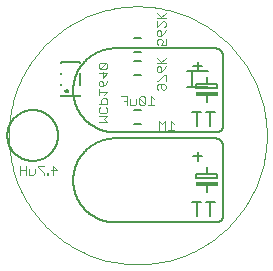
<source format=gbo>
G75*
%MOIN*%
%OFA0B0*%
%FSLAX25Y25*%
%IPPOS*%
%LPD*%
%AMOC8*
5,1,8,0,0,1.08239X$1,22.5*
%
%ADD10C,0.00100*%
%ADD11C,0.00300*%
%ADD12C,0.00500*%
%ADD13C,0.00600*%
%ADD14R,0.07400X0.01700*%
%ADD15C,0.00800*%
D10*
X0001715Y0044050D02*
X0001728Y0045105D01*
X0001767Y0046160D01*
X0001832Y0047213D01*
X0001922Y0048265D01*
X0002038Y0049314D01*
X0002180Y0050359D01*
X0002348Y0051401D01*
X0002541Y0052439D01*
X0002760Y0053471D01*
X0003004Y0054498D01*
X0003273Y0055519D01*
X0003567Y0056532D01*
X0003885Y0057538D01*
X0004229Y0058536D01*
X0004596Y0059525D01*
X0004988Y0060505D01*
X0005404Y0061475D01*
X0005843Y0062435D01*
X0006306Y0063383D01*
X0006792Y0064320D01*
X0007301Y0065245D01*
X0007833Y0066156D01*
X0008386Y0067055D01*
X0008962Y0067940D01*
X0009559Y0068810D01*
X0010177Y0069665D01*
X0010816Y0070505D01*
X0011476Y0071329D01*
X0012155Y0072136D01*
X0012854Y0072927D01*
X0013572Y0073700D01*
X0014309Y0074456D01*
X0015065Y0075193D01*
X0015838Y0075911D01*
X0016629Y0076610D01*
X0017436Y0077289D01*
X0018260Y0077949D01*
X0019100Y0078588D01*
X0019955Y0079206D01*
X0020825Y0079803D01*
X0021710Y0080379D01*
X0022609Y0080932D01*
X0023520Y0081464D01*
X0024445Y0081973D01*
X0025382Y0082459D01*
X0026330Y0082922D01*
X0027290Y0083361D01*
X0028260Y0083777D01*
X0029240Y0084169D01*
X0030229Y0084536D01*
X0031227Y0084880D01*
X0032233Y0085198D01*
X0033246Y0085492D01*
X0034267Y0085761D01*
X0035294Y0086005D01*
X0036326Y0086224D01*
X0037364Y0086417D01*
X0038406Y0086585D01*
X0039451Y0086727D01*
X0040500Y0086843D01*
X0041552Y0086933D01*
X0042605Y0086998D01*
X0043660Y0087037D01*
X0044715Y0087050D01*
X0045770Y0087037D01*
X0046825Y0086998D01*
X0047878Y0086933D01*
X0048930Y0086843D01*
X0049979Y0086727D01*
X0051024Y0086585D01*
X0052066Y0086417D01*
X0053104Y0086224D01*
X0054136Y0086005D01*
X0055163Y0085761D01*
X0056184Y0085492D01*
X0057197Y0085198D01*
X0058203Y0084880D01*
X0059201Y0084536D01*
X0060190Y0084169D01*
X0061170Y0083777D01*
X0062140Y0083361D01*
X0063100Y0082922D01*
X0064048Y0082459D01*
X0064985Y0081973D01*
X0065910Y0081464D01*
X0066821Y0080932D01*
X0067720Y0080379D01*
X0068605Y0079803D01*
X0069475Y0079206D01*
X0070330Y0078588D01*
X0071170Y0077949D01*
X0071994Y0077289D01*
X0072801Y0076610D01*
X0073592Y0075911D01*
X0074365Y0075193D01*
X0075121Y0074456D01*
X0075858Y0073700D01*
X0076576Y0072927D01*
X0077275Y0072136D01*
X0077954Y0071329D01*
X0078614Y0070505D01*
X0079253Y0069665D01*
X0079871Y0068810D01*
X0080468Y0067940D01*
X0081044Y0067055D01*
X0081597Y0066156D01*
X0082129Y0065245D01*
X0082638Y0064320D01*
X0083124Y0063383D01*
X0083587Y0062435D01*
X0084026Y0061475D01*
X0084442Y0060505D01*
X0084834Y0059525D01*
X0085201Y0058536D01*
X0085545Y0057538D01*
X0085863Y0056532D01*
X0086157Y0055519D01*
X0086426Y0054498D01*
X0086670Y0053471D01*
X0086889Y0052439D01*
X0087082Y0051401D01*
X0087250Y0050359D01*
X0087392Y0049314D01*
X0087508Y0048265D01*
X0087598Y0047213D01*
X0087663Y0046160D01*
X0087702Y0045105D01*
X0087715Y0044050D01*
X0087702Y0042995D01*
X0087663Y0041940D01*
X0087598Y0040887D01*
X0087508Y0039835D01*
X0087392Y0038786D01*
X0087250Y0037741D01*
X0087082Y0036699D01*
X0086889Y0035661D01*
X0086670Y0034629D01*
X0086426Y0033602D01*
X0086157Y0032581D01*
X0085863Y0031568D01*
X0085545Y0030562D01*
X0085201Y0029564D01*
X0084834Y0028575D01*
X0084442Y0027595D01*
X0084026Y0026625D01*
X0083587Y0025665D01*
X0083124Y0024717D01*
X0082638Y0023780D01*
X0082129Y0022855D01*
X0081597Y0021944D01*
X0081044Y0021045D01*
X0080468Y0020160D01*
X0079871Y0019290D01*
X0079253Y0018435D01*
X0078614Y0017595D01*
X0077954Y0016771D01*
X0077275Y0015964D01*
X0076576Y0015173D01*
X0075858Y0014400D01*
X0075121Y0013644D01*
X0074365Y0012907D01*
X0073592Y0012189D01*
X0072801Y0011490D01*
X0071994Y0010811D01*
X0071170Y0010151D01*
X0070330Y0009512D01*
X0069475Y0008894D01*
X0068605Y0008297D01*
X0067720Y0007721D01*
X0066821Y0007168D01*
X0065910Y0006636D01*
X0064985Y0006127D01*
X0064048Y0005641D01*
X0063100Y0005178D01*
X0062140Y0004739D01*
X0061170Y0004323D01*
X0060190Y0003931D01*
X0059201Y0003564D01*
X0058203Y0003220D01*
X0057197Y0002902D01*
X0056184Y0002608D01*
X0055163Y0002339D01*
X0054136Y0002095D01*
X0053104Y0001876D01*
X0052066Y0001683D01*
X0051024Y0001515D01*
X0049979Y0001373D01*
X0048930Y0001257D01*
X0047878Y0001167D01*
X0046825Y0001102D01*
X0045770Y0001063D01*
X0044715Y0001050D01*
X0043660Y0001063D01*
X0042605Y0001102D01*
X0041552Y0001167D01*
X0040500Y0001257D01*
X0039451Y0001373D01*
X0038406Y0001515D01*
X0037364Y0001683D01*
X0036326Y0001876D01*
X0035294Y0002095D01*
X0034267Y0002339D01*
X0033246Y0002608D01*
X0032233Y0002902D01*
X0031227Y0003220D01*
X0030229Y0003564D01*
X0029240Y0003931D01*
X0028260Y0004323D01*
X0027290Y0004739D01*
X0026330Y0005178D01*
X0025382Y0005641D01*
X0024445Y0006127D01*
X0023520Y0006636D01*
X0022609Y0007168D01*
X0021710Y0007721D01*
X0020825Y0008297D01*
X0019955Y0008894D01*
X0019100Y0009512D01*
X0018260Y0010151D01*
X0017436Y0010811D01*
X0016629Y0011490D01*
X0015838Y0012189D01*
X0015065Y0012907D01*
X0014309Y0013644D01*
X0013572Y0014400D01*
X0012854Y0015173D01*
X0012155Y0015964D01*
X0011476Y0016771D01*
X0010816Y0017595D01*
X0010177Y0018435D01*
X0009559Y0019290D01*
X0008962Y0020160D01*
X0008386Y0021045D01*
X0007833Y0021944D01*
X0007301Y0022855D01*
X0006792Y0023780D01*
X0006306Y0024717D01*
X0005843Y0025665D01*
X0005404Y0026625D01*
X0004988Y0027595D01*
X0004596Y0028575D01*
X0004229Y0029564D01*
X0003885Y0030562D01*
X0003567Y0031568D01*
X0003273Y0032581D01*
X0003004Y0033602D01*
X0002760Y0034629D01*
X0002541Y0035661D01*
X0002348Y0036699D01*
X0002180Y0037741D01*
X0002038Y0038786D01*
X0001922Y0039835D01*
X0001832Y0040887D01*
X0001767Y0041940D01*
X0001728Y0042995D01*
X0001715Y0044050D01*
D11*
X0005576Y0033902D02*
X0005576Y0031000D01*
X0005576Y0032451D02*
X0007511Y0032451D01*
X0008523Y0032935D02*
X0008523Y0031000D01*
X0009974Y0031000D01*
X0010458Y0031484D01*
X0010458Y0032935D01*
X0011469Y0033419D02*
X0011469Y0033902D01*
X0013404Y0033902D01*
X0015889Y0032451D02*
X0017824Y0032451D01*
X0016373Y0033902D01*
X0016373Y0031000D01*
X0014877Y0031000D02*
X0014394Y0031000D01*
X0014394Y0031484D01*
X0014877Y0031484D01*
X0014877Y0031000D01*
X0013404Y0031000D02*
X0013404Y0031484D01*
X0011469Y0033419D01*
X0007511Y0033902D02*
X0007511Y0031000D01*
X0031665Y0048574D02*
X0034567Y0048574D01*
X0033600Y0049542D01*
X0034567Y0050509D01*
X0031665Y0050509D01*
X0032148Y0051521D02*
X0031665Y0052005D01*
X0031665Y0052972D01*
X0032148Y0053456D01*
X0031665Y0054467D02*
X0034567Y0054467D01*
X0034567Y0055919D01*
X0034083Y0056402D01*
X0033116Y0056402D01*
X0032632Y0055919D01*
X0032632Y0054467D01*
X0034083Y0053456D02*
X0034567Y0052972D01*
X0034567Y0052005D01*
X0034083Y0051521D01*
X0032148Y0051521D01*
X0031665Y0057414D02*
X0031665Y0059349D01*
X0031665Y0058381D02*
X0034567Y0058381D01*
X0033600Y0057414D01*
X0033116Y0060360D02*
X0032148Y0060360D01*
X0031665Y0060844D01*
X0031665Y0061812D01*
X0032148Y0062295D01*
X0032632Y0062295D01*
X0033116Y0061812D01*
X0033116Y0060360D01*
X0034083Y0061328D01*
X0034567Y0062295D01*
X0033116Y0063307D02*
X0033116Y0065242D01*
X0032148Y0066253D02*
X0034083Y0066253D01*
X0034567Y0066737D01*
X0034567Y0067705D01*
X0034083Y0068188D01*
X0032148Y0066253D01*
X0031665Y0066737D01*
X0031665Y0067705D01*
X0032148Y0068188D01*
X0034083Y0068188D01*
X0034567Y0064758D02*
X0031665Y0064758D01*
X0033116Y0063307D02*
X0034567Y0064758D01*
X0039326Y0057027D02*
X0041261Y0057027D01*
X0041261Y0054125D01*
X0042273Y0054125D02*
X0042273Y0056060D01*
X0041261Y0055576D02*
X0040294Y0055576D01*
X0042273Y0054125D02*
X0043724Y0054125D01*
X0044208Y0054609D01*
X0044208Y0056060D01*
X0045219Y0056544D02*
X0047154Y0054609D01*
X0046670Y0054125D01*
X0045703Y0054125D01*
X0045219Y0054609D01*
X0045219Y0056544D01*
X0045703Y0057027D01*
X0046670Y0057027D01*
X0047154Y0056544D01*
X0047154Y0054609D01*
X0048166Y0054125D02*
X0050101Y0054125D01*
X0049133Y0054125D02*
X0049133Y0057027D01*
X0050101Y0056060D01*
X0051598Y0059200D02*
X0051115Y0059684D01*
X0051115Y0060651D01*
X0051598Y0061135D01*
X0053533Y0061135D01*
X0054017Y0060651D01*
X0054017Y0059684D01*
X0053533Y0059200D01*
X0053050Y0059200D01*
X0052566Y0059684D01*
X0052566Y0061135D01*
X0051598Y0062147D02*
X0051115Y0062147D01*
X0051598Y0062147D02*
X0053533Y0064081D01*
X0054017Y0064081D01*
X0054017Y0062147D01*
X0052566Y0065093D02*
X0051598Y0065093D01*
X0051115Y0065577D01*
X0051115Y0066544D01*
X0051598Y0067028D01*
X0052082Y0067028D01*
X0052566Y0066544D01*
X0052566Y0065093D01*
X0053533Y0066061D01*
X0054017Y0067028D01*
X0054017Y0068040D02*
X0051115Y0068040D01*
X0052082Y0068040D02*
X0054017Y0069975D01*
X0052566Y0068523D02*
X0051115Y0069975D01*
X0051598Y0074200D02*
X0051115Y0074684D01*
X0051115Y0075651D01*
X0051598Y0076135D01*
X0052566Y0076135D01*
X0053050Y0075651D01*
X0053050Y0075167D01*
X0052566Y0074200D01*
X0054017Y0074200D01*
X0054017Y0076135D01*
X0052566Y0077147D02*
X0052566Y0078598D01*
X0052082Y0079081D01*
X0051598Y0079081D01*
X0051115Y0078598D01*
X0051115Y0077630D01*
X0051598Y0077147D01*
X0052566Y0077147D01*
X0053533Y0078114D01*
X0054017Y0079081D01*
X0053533Y0080093D02*
X0054017Y0080577D01*
X0054017Y0081544D01*
X0053533Y0082028D01*
X0053050Y0082028D01*
X0051115Y0080093D01*
X0051115Y0082028D01*
X0051115Y0083040D02*
X0054017Y0083040D01*
X0052566Y0083523D02*
X0051115Y0084975D01*
X0052082Y0083040D02*
X0054017Y0084975D01*
X0053761Y0048902D02*
X0052794Y0047935D01*
X0051826Y0048902D01*
X0051826Y0046000D01*
X0053761Y0046000D02*
X0053761Y0048902D01*
X0055740Y0048902D02*
X0055740Y0046000D01*
X0054773Y0046000D02*
X0056708Y0046000D01*
X0056708Y0047935D02*
X0055740Y0048902D01*
D12*
X0062858Y0051804D02*
X0065861Y0051804D01*
X0064359Y0051804D02*
X0064359Y0047300D01*
X0068963Y0047300D02*
X0068963Y0051804D01*
X0067462Y0051804D02*
X0070465Y0051804D01*
X0070465Y0021804D02*
X0067462Y0021804D01*
X0068963Y0021804D02*
X0068963Y0017300D01*
X0064359Y0017300D02*
X0064359Y0021804D01*
X0062858Y0021804D02*
X0065861Y0021804D01*
X0020639Y0058863D02*
X0020641Y0058902D01*
X0020647Y0058941D01*
X0020657Y0058979D01*
X0020670Y0059016D01*
X0020687Y0059051D01*
X0020707Y0059085D01*
X0020731Y0059116D01*
X0020758Y0059145D01*
X0020787Y0059171D01*
X0020819Y0059194D01*
X0020853Y0059214D01*
X0020889Y0059230D01*
X0020926Y0059242D01*
X0020965Y0059251D01*
X0021004Y0059256D01*
X0021043Y0059257D01*
X0021082Y0059254D01*
X0021121Y0059247D01*
X0021158Y0059236D01*
X0021195Y0059222D01*
X0021230Y0059204D01*
X0021263Y0059183D01*
X0021294Y0059158D01*
X0021322Y0059131D01*
X0021347Y0059101D01*
X0021369Y0059068D01*
X0021388Y0059034D01*
X0021403Y0058998D01*
X0021415Y0058960D01*
X0021423Y0058922D01*
X0021427Y0058883D01*
X0021427Y0058843D01*
X0021423Y0058804D01*
X0021415Y0058766D01*
X0021403Y0058728D01*
X0021388Y0058692D01*
X0021369Y0058658D01*
X0021347Y0058625D01*
X0021322Y0058595D01*
X0021294Y0058568D01*
X0021263Y0058543D01*
X0021230Y0058522D01*
X0021195Y0058504D01*
X0021158Y0058490D01*
X0021121Y0058479D01*
X0021082Y0058472D01*
X0021043Y0058469D01*
X0021004Y0058470D01*
X0020965Y0058475D01*
X0020926Y0058484D01*
X0020889Y0058496D01*
X0020853Y0058512D01*
X0020819Y0058532D01*
X0020787Y0058555D01*
X0020758Y0058581D01*
X0020731Y0058610D01*
X0020707Y0058641D01*
X0020687Y0058675D01*
X0020670Y0058710D01*
X0020657Y0058747D01*
X0020647Y0058785D01*
X0020641Y0058824D01*
X0020639Y0058863D01*
X0001250Y0044050D02*
X0001253Y0044258D01*
X0001260Y0044465D01*
X0001273Y0044673D01*
X0001291Y0044880D01*
X0001314Y0045086D01*
X0001342Y0045292D01*
X0001375Y0045497D01*
X0001413Y0045701D01*
X0001456Y0045905D01*
X0001504Y0046107D01*
X0001557Y0046308D01*
X0001615Y0046507D01*
X0001677Y0046705D01*
X0001745Y0046902D01*
X0001817Y0047097D01*
X0001894Y0047289D01*
X0001976Y0047480D01*
X0002063Y0047669D01*
X0002154Y0047856D01*
X0002250Y0048040D01*
X0002350Y0048222D01*
X0002454Y0048402D01*
X0002563Y0048579D01*
X0002677Y0048753D01*
X0002794Y0048924D01*
X0002916Y0049093D01*
X0003042Y0049258D01*
X0003171Y0049420D01*
X0003305Y0049579D01*
X0003443Y0049735D01*
X0003584Y0049887D01*
X0003729Y0050036D01*
X0003878Y0050181D01*
X0004030Y0050322D01*
X0004186Y0050460D01*
X0004345Y0050594D01*
X0004507Y0050723D01*
X0004672Y0050849D01*
X0004841Y0050971D01*
X0005012Y0051088D01*
X0005186Y0051202D01*
X0005363Y0051311D01*
X0005543Y0051415D01*
X0005725Y0051515D01*
X0005909Y0051611D01*
X0006096Y0051702D01*
X0006285Y0051789D01*
X0006476Y0051871D01*
X0006668Y0051948D01*
X0006863Y0052020D01*
X0007060Y0052088D01*
X0007258Y0052150D01*
X0007457Y0052208D01*
X0007658Y0052261D01*
X0007860Y0052309D01*
X0008064Y0052352D01*
X0008268Y0052390D01*
X0008473Y0052423D01*
X0008679Y0052451D01*
X0008885Y0052474D01*
X0009092Y0052492D01*
X0009300Y0052505D01*
X0009507Y0052512D01*
X0009715Y0052515D01*
X0009923Y0052512D01*
X0010130Y0052505D01*
X0010338Y0052492D01*
X0010545Y0052474D01*
X0010751Y0052451D01*
X0010957Y0052423D01*
X0011162Y0052390D01*
X0011366Y0052352D01*
X0011570Y0052309D01*
X0011772Y0052261D01*
X0011973Y0052208D01*
X0012172Y0052150D01*
X0012370Y0052088D01*
X0012567Y0052020D01*
X0012762Y0051948D01*
X0012954Y0051871D01*
X0013145Y0051789D01*
X0013334Y0051702D01*
X0013521Y0051611D01*
X0013705Y0051515D01*
X0013887Y0051415D01*
X0014067Y0051311D01*
X0014244Y0051202D01*
X0014418Y0051088D01*
X0014589Y0050971D01*
X0014758Y0050849D01*
X0014923Y0050723D01*
X0015085Y0050594D01*
X0015244Y0050460D01*
X0015400Y0050322D01*
X0015552Y0050181D01*
X0015701Y0050036D01*
X0015846Y0049887D01*
X0015987Y0049735D01*
X0016125Y0049579D01*
X0016259Y0049420D01*
X0016388Y0049258D01*
X0016514Y0049093D01*
X0016636Y0048924D01*
X0016753Y0048753D01*
X0016867Y0048579D01*
X0016976Y0048402D01*
X0017080Y0048222D01*
X0017180Y0048040D01*
X0017276Y0047856D01*
X0017367Y0047669D01*
X0017454Y0047480D01*
X0017536Y0047289D01*
X0017613Y0047097D01*
X0017685Y0046902D01*
X0017753Y0046705D01*
X0017815Y0046507D01*
X0017873Y0046308D01*
X0017926Y0046107D01*
X0017974Y0045905D01*
X0018017Y0045701D01*
X0018055Y0045497D01*
X0018088Y0045292D01*
X0018116Y0045086D01*
X0018139Y0044880D01*
X0018157Y0044673D01*
X0018170Y0044465D01*
X0018177Y0044258D01*
X0018180Y0044050D01*
X0018177Y0043842D01*
X0018170Y0043635D01*
X0018157Y0043427D01*
X0018139Y0043220D01*
X0018116Y0043014D01*
X0018088Y0042808D01*
X0018055Y0042603D01*
X0018017Y0042399D01*
X0017974Y0042195D01*
X0017926Y0041993D01*
X0017873Y0041792D01*
X0017815Y0041593D01*
X0017753Y0041395D01*
X0017685Y0041198D01*
X0017613Y0041003D01*
X0017536Y0040811D01*
X0017454Y0040620D01*
X0017367Y0040431D01*
X0017276Y0040244D01*
X0017180Y0040060D01*
X0017080Y0039878D01*
X0016976Y0039698D01*
X0016867Y0039521D01*
X0016753Y0039347D01*
X0016636Y0039176D01*
X0016514Y0039007D01*
X0016388Y0038842D01*
X0016259Y0038680D01*
X0016125Y0038521D01*
X0015987Y0038365D01*
X0015846Y0038213D01*
X0015701Y0038064D01*
X0015552Y0037919D01*
X0015400Y0037778D01*
X0015244Y0037640D01*
X0015085Y0037506D01*
X0014923Y0037377D01*
X0014758Y0037251D01*
X0014589Y0037129D01*
X0014418Y0037012D01*
X0014244Y0036898D01*
X0014067Y0036789D01*
X0013887Y0036685D01*
X0013705Y0036585D01*
X0013521Y0036489D01*
X0013334Y0036398D01*
X0013145Y0036311D01*
X0012954Y0036229D01*
X0012762Y0036152D01*
X0012567Y0036080D01*
X0012370Y0036012D01*
X0012172Y0035950D01*
X0011973Y0035892D01*
X0011772Y0035839D01*
X0011570Y0035791D01*
X0011366Y0035748D01*
X0011162Y0035710D01*
X0010957Y0035677D01*
X0010751Y0035649D01*
X0010545Y0035626D01*
X0010338Y0035608D01*
X0010130Y0035595D01*
X0009923Y0035588D01*
X0009715Y0035585D01*
X0009507Y0035588D01*
X0009300Y0035595D01*
X0009092Y0035608D01*
X0008885Y0035626D01*
X0008679Y0035649D01*
X0008473Y0035677D01*
X0008268Y0035710D01*
X0008064Y0035748D01*
X0007860Y0035791D01*
X0007658Y0035839D01*
X0007457Y0035892D01*
X0007258Y0035950D01*
X0007060Y0036012D01*
X0006863Y0036080D01*
X0006668Y0036152D01*
X0006476Y0036229D01*
X0006285Y0036311D01*
X0006096Y0036398D01*
X0005909Y0036489D01*
X0005725Y0036585D01*
X0005543Y0036685D01*
X0005363Y0036789D01*
X0005186Y0036898D01*
X0005012Y0037012D01*
X0004841Y0037129D01*
X0004672Y0037251D01*
X0004507Y0037377D01*
X0004345Y0037506D01*
X0004186Y0037640D01*
X0004030Y0037778D01*
X0003878Y0037919D01*
X0003729Y0038064D01*
X0003584Y0038213D01*
X0003443Y0038365D01*
X0003305Y0038521D01*
X0003171Y0038680D01*
X0003042Y0038842D01*
X0002916Y0039007D01*
X0002794Y0039176D01*
X0002677Y0039347D01*
X0002563Y0039521D01*
X0002454Y0039698D01*
X0002350Y0039878D01*
X0002250Y0040060D01*
X0002154Y0040244D01*
X0002063Y0040431D01*
X0001976Y0040620D01*
X0001894Y0040811D01*
X0001817Y0041003D01*
X0001745Y0041198D01*
X0001677Y0041395D01*
X0001615Y0041593D01*
X0001557Y0041792D01*
X0001504Y0041993D01*
X0001456Y0042195D01*
X0001413Y0042399D01*
X0001375Y0042603D01*
X0001342Y0042808D01*
X0001314Y0043014D01*
X0001291Y0043220D01*
X0001273Y0043427D01*
X0001260Y0043635D01*
X0001253Y0043842D01*
X0001250Y0044050D01*
D13*
X0019026Y0057202D02*
X0019026Y0057572D01*
X0019026Y0057202D02*
X0025404Y0057202D01*
X0025404Y0057572D01*
X0025404Y0060745D02*
X0025404Y0064855D01*
X0025404Y0068028D02*
X0025404Y0068398D01*
X0019026Y0068398D01*
X0019026Y0068028D01*
X0019026Y0064855D02*
X0019026Y0064485D01*
X0019026Y0061115D02*
X0019026Y0060745D01*
X0037215Y0073050D02*
X0036874Y0073046D01*
X0036533Y0073033D01*
X0036193Y0073013D01*
X0035853Y0072984D01*
X0035514Y0072946D01*
X0035177Y0072901D01*
X0034840Y0072847D01*
X0034505Y0072785D01*
X0034171Y0072715D01*
X0033839Y0072637D01*
X0033509Y0072551D01*
X0033182Y0072456D01*
X0032856Y0072354D01*
X0032534Y0072244D01*
X0032214Y0072126D01*
X0031897Y0072001D01*
X0031583Y0071867D01*
X0031273Y0071726D01*
X0030966Y0071578D01*
X0030662Y0071422D01*
X0030363Y0071259D01*
X0030068Y0071088D01*
X0029777Y0070911D01*
X0029490Y0070726D01*
X0029208Y0070534D01*
X0028931Y0070336D01*
X0028659Y0070131D01*
X0028391Y0069919D01*
X0028129Y0069701D01*
X0027873Y0069477D01*
X0027621Y0069246D01*
X0027376Y0069010D01*
X0027136Y0068767D01*
X0026903Y0068519D01*
X0026675Y0068265D01*
X0026454Y0068005D01*
X0026239Y0067741D01*
X0026031Y0067471D01*
X0025829Y0067196D01*
X0025634Y0066916D01*
X0025446Y0066632D01*
X0025265Y0066343D01*
X0025091Y0066050D01*
X0024924Y0065753D01*
X0024764Y0065451D01*
X0024612Y0065146D01*
X0024467Y0064838D01*
X0024330Y0064525D01*
X0024201Y0064210D01*
X0024079Y0063892D01*
X0023965Y0063570D01*
X0023859Y0063246D01*
X0023760Y0062920D01*
X0023670Y0062591D01*
X0023588Y0062260D01*
X0023514Y0061927D01*
X0023448Y0061593D01*
X0023390Y0061257D01*
X0023340Y0060920D01*
X0023299Y0060581D01*
X0023266Y0060242D01*
X0023241Y0059902D01*
X0023224Y0059561D01*
X0023216Y0059220D01*
X0023216Y0058880D01*
X0023224Y0058539D01*
X0023241Y0058198D01*
X0023266Y0057858D01*
X0023299Y0057519D01*
X0023340Y0057180D01*
X0023390Y0056843D01*
X0023448Y0056507D01*
X0023514Y0056173D01*
X0023588Y0055840D01*
X0023670Y0055509D01*
X0023760Y0055180D01*
X0023859Y0054854D01*
X0023965Y0054530D01*
X0024079Y0054208D01*
X0024201Y0053890D01*
X0024330Y0053575D01*
X0024467Y0053262D01*
X0024612Y0052954D01*
X0024764Y0052649D01*
X0024924Y0052347D01*
X0025091Y0052050D01*
X0025265Y0051757D01*
X0025446Y0051468D01*
X0025634Y0051184D01*
X0025829Y0050904D01*
X0026031Y0050629D01*
X0026239Y0050359D01*
X0026454Y0050095D01*
X0026675Y0049835D01*
X0026903Y0049581D01*
X0027136Y0049333D01*
X0027376Y0049090D01*
X0027621Y0048854D01*
X0027873Y0048623D01*
X0028129Y0048399D01*
X0028391Y0048181D01*
X0028659Y0047969D01*
X0028931Y0047764D01*
X0029208Y0047566D01*
X0029490Y0047374D01*
X0029777Y0047189D01*
X0030068Y0047012D01*
X0030363Y0046841D01*
X0030662Y0046678D01*
X0030966Y0046522D01*
X0031273Y0046374D01*
X0031583Y0046233D01*
X0031897Y0046099D01*
X0032214Y0045974D01*
X0032534Y0045856D01*
X0032856Y0045746D01*
X0033182Y0045644D01*
X0033509Y0045549D01*
X0033839Y0045463D01*
X0034171Y0045385D01*
X0034505Y0045315D01*
X0034840Y0045253D01*
X0035177Y0045199D01*
X0035514Y0045154D01*
X0035853Y0045116D01*
X0036193Y0045087D01*
X0036533Y0045067D01*
X0036874Y0045054D01*
X0037215Y0045050D01*
X0070715Y0045050D01*
X0070813Y0045052D01*
X0070911Y0045058D01*
X0071009Y0045067D01*
X0071106Y0045081D01*
X0071203Y0045098D01*
X0071299Y0045119D01*
X0071394Y0045144D01*
X0071488Y0045172D01*
X0071580Y0045205D01*
X0071672Y0045240D01*
X0071762Y0045280D01*
X0071850Y0045322D01*
X0071937Y0045369D01*
X0072021Y0045418D01*
X0072104Y0045471D01*
X0072184Y0045527D01*
X0072263Y0045587D01*
X0072339Y0045649D01*
X0072412Y0045714D01*
X0072483Y0045782D01*
X0072551Y0045853D01*
X0072616Y0045926D01*
X0072678Y0046002D01*
X0072738Y0046081D01*
X0072794Y0046161D01*
X0072847Y0046244D01*
X0072896Y0046328D01*
X0072943Y0046415D01*
X0072985Y0046503D01*
X0073025Y0046593D01*
X0073060Y0046685D01*
X0073093Y0046777D01*
X0073121Y0046871D01*
X0073146Y0046966D01*
X0073167Y0047062D01*
X0073184Y0047159D01*
X0073198Y0047256D01*
X0073207Y0047354D01*
X0073213Y0047452D01*
X0073215Y0047550D01*
X0073215Y0070550D01*
X0073213Y0070648D01*
X0073207Y0070746D01*
X0073198Y0070844D01*
X0073184Y0070941D01*
X0073167Y0071038D01*
X0073146Y0071134D01*
X0073121Y0071229D01*
X0073093Y0071323D01*
X0073060Y0071415D01*
X0073025Y0071507D01*
X0072985Y0071597D01*
X0072943Y0071685D01*
X0072896Y0071772D01*
X0072847Y0071856D01*
X0072794Y0071939D01*
X0072738Y0072019D01*
X0072678Y0072098D01*
X0072616Y0072174D01*
X0072551Y0072247D01*
X0072483Y0072318D01*
X0072412Y0072386D01*
X0072339Y0072451D01*
X0072263Y0072513D01*
X0072184Y0072573D01*
X0072104Y0072629D01*
X0072021Y0072682D01*
X0071937Y0072731D01*
X0071850Y0072778D01*
X0071762Y0072820D01*
X0071672Y0072860D01*
X0071580Y0072895D01*
X0071488Y0072928D01*
X0071394Y0072956D01*
X0071299Y0072981D01*
X0071203Y0073002D01*
X0071106Y0073019D01*
X0071009Y0073033D01*
X0070911Y0073042D01*
X0070813Y0073048D01*
X0070715Y0073050D01*
X0037215Y0073050D01*
X0043533Y0071688D02*
X0045896Y0071688D01*
X0045896Y0068912D02*
X0043533Y0068912D01*
X0043533Y0064188D02*
X0045896Y0064188D01*
X0045896Y0052662D02*
X0043533Y0052662D01*
X0043533Y0047938D02*
X0045896Y0047938D01*
X0037215Y0043050D02*
X0070715Y0043050D01*
X0070813Y0043048D01*
X0070911Y0043042D01*
X0071009Y0043033D01*
X0071106Y0043019D01*
X0071203Y0043002D01*
X0071299Y0042981D01*
X0071394Y0042956D01*
X0071488Y0042928D01*
X0071580Y0042895D01*
X0071672Y0042860D01*
X0071762Y0042820D01*
X0071850Y0042778D01*
X0071937Y0042731D01*
X0072021Y0042682D01*
X0072104Y0042629D01*
X0072184Y0042573D01*
X0072263Y0042513D01*
X0072339Y0042451D01*
X0072412Y0042386D01*
X0072483Y0042318D01*
X0072551Y0042247D01*
X0072616Y0042174D01*
X0072678Y0042098D01*
X0072738Y0042019D01*
X0072794Y0041939D01*
X0072847Y0041856D01*
X0072896Y0041772D01*
X0072943Y0041685D01*
X0072985Y0041597D01*
X0073025Y0041507D01*
X0073060Y0041415D01*
X0073093Y0041323D01*
X0073121Y0041229D01*
X0073146Y0041134D01*
X0073167Y0041038D01*
X0073184Y0040941D01*
X0073198Y0040844D01*
X0073207Y0040746D01*
X0073213Y0040648D01*
X0073215Y0040550D01*
X0073215Y0017550D01*
X0073213Y0017452D01*
X0073207Y0017354D01*
X0073198Y0017256D01*
X0073184Y0017159D01*
X0073167Y0017062D01*
X0073146Y0016966D01*
X0073121Y0016871D01*
X0073093Y0016777D01*
X0073060Y0016685D01*
X0073025Y0016593D01*
X0072985Y0016503D01*
X0072943Y0016415D01*
X0072896Y0016328D01*
X0072847Y0016244D01*
X0072794Y0016161D01*
X0072738Y0016081D01*
X0072678Y0016002D01*
X0072616Y0015926D01*
X0072551Y0015853D01*
X0072483Y0015782D01*
X0072412Y0015714D01*
X0072339Y0015649D01*
X0072263Y0015587D01*
X0072184Y0015527D01*
X0072104Y0015471D01*
X0072021Y0015418D01*
X0071937Y0015369D01*
X0071850Y0015322D01*
X0071762Y0015280D01*
X0071672Y0015240D01*
X0071580Y0015205D01*
X0071488Y0015172D01*
X0071394Y0015144D01*
X0071299Y0015119D01*
X0071203Y0015098D01*
X0071106Y0015081D01*
X0071009Y0015067D01*
X0070911Y0015058D01*
X0070813Y0015052D01*
X0070715Y0015050D01*
X0037215Y0015050D01*
X0036874Y0015054D01*
X0036533Y0015067D01*
X0036193Y0015087D01*
X0035853Y0015116D01*
X0035514Y0015154D01*
X0035177Y0015199D01*
X0034840Y0015253D01*
X0034505Y0015315D01*
X0034171Y0015385D01*
X0033839Y0015463D01*
X0033509Y0015549D01*
X0033182Y0015644D01*
X0032856Y0015746D01*
X0032534Y0015856D01*
X0032214Y0015974D01*
X0031897Y0016099D01*
X0031583Y0016233D01*
X0031273Y0016374D01*
X0030966Y0016522D01*
X0030662Y0016678D01*
X0030363Y0016841D01*
X0030068Y0017012D01*
X0029777Y0017189D01*
X0029490Y0017374D01*
X0029208Y0017566D01*
X0028931Y0017764D01*
X0028659Y0017969D01*
X0028391Y0018181D01*
X0028129Y0018399D01*
X0027873Y0018623D01*
X0027621Y0018854D01*
X0027376Y0019090D01*
X0027136Y0019333D01*
X0026903Y0019581D01*
X0026675Y0019835D01*
X0026454Y0020095D01*
X0026239Y0020359D01*
X0026031Y0020629D01*
X0025829Y0020904D01*
X0025634Y0021184D01*
X0025446Y0021468D01*
X0025265Y0021757D01*
X0025091Y0022050D01*
X0024924Y0022347D01*
X0024764Y0022649D01*
X0024612Y0022954D01*
X0024467Y0023262D01*
X0024330Y0023575D01*
X0024201Y0023890D01*
X0024079Y0024208D01*
X0023965Y0024530D01*
X0023859Y0024854D01*
X0023760Y0025180D01*
X0023670Y0025509D01*
X0023588Y0025840D01*
X0023514Y0026173D01*
X0023448Y0026507D01*
X0023390Y0026843D01*
X0023340Y0027180D01*
X0023299Y0027519D01*
X0023266Y0027858D01*
X0023241Y0028198D01*
X0023224Y0028539D01*
X0023216Y0028880D01*
X0023216Y0029220D01*
X0023224Y0029561D01*
X0023241Y0029902D01*
X0023266Y0030242D01*
X0023299Y0030581D01*
X0023340Y0030920D01*
X0023390Y0031257D01*
X0023448Y0031593D01*
X0023514Y0031927D01*
X0023588Y0032260D01*
X0023670Y0032591D01*
X0023760Y0032920D01*
X0023859Y0033246D01*
X0023965Y0033570D01*
X0024079Y0033892D01*
X0024201Y0034210D01*
X0024330Y0034525D01*
X0024467Y0034838D01*
X0024612Y0035146D01*
X0024764Y0035451D01*
X0024924Y0035753D01*
X0025091Y0036050D01*
X0025265Y0036343D01*
X0025446Y0036632D01*
X0025634Y0036916D01*
X0025829Y0037196D01*
X0026031Y0037471D01*
X0026239Y0037741D01*
X0026454Y0038005D01*
X0026675Y0038265D01*
X0026903Y0038519D01*
X0027136Y0038767D01*
X0027376Y0039010D01*
X0027621Y0039246D01*
X0027873Y0039477D01*
X0028129Y0039701D01*
X0028391Y0039919D01*
X0028659Y0040131D01*
X0028931Y0040336D01*
X0029208Y0040534D01*
X0029490Y0040726D01*
X0029777Y0040911D01*
X0030068Y0041088D01*
X0030363Y0041259D01*
X0030662Y0041422D01*
X0030966Y0041578D01*
X0031273Y0041726D01*
X0031583Y0041867D01*
X0031897Y0042001D01*
X0032214Y0042126D01*
X0032534Y0042244D01*
X0032856Y0042354D01*
X0033182Y0042456D01*
X0033509Y0042551D01*
X0033839Y0042637D01*
X0034171Y0042715D01*
X0034505Y0042785D01*
X0034840Y0042847D01*
X0035177Y0042901D01*
X0035514Y0042946D01*
X0035853Y0042984D01*
X0036193Y0043013D01*
X0036533Y0043033D01*
X0036874Y0043046D01*
X0037215Y0043050D01*
X0063215Y0037050D02*
X0066215Y0037050D01*
X0064715Y0038550D02*
X0064715Y0035550D01*
X0067715Y0033550D02*
X0067715Y0031050D01*
X0064215Y0031050D01*
X0064215Y0029750D01*
X0071215Y0029750D01*
X0071215Y0031050D01*
X0067715Y0031050D01*
X0067715Y0027050D02*
X0067715Y0025050D01*
X0067715Y0055050D02*
X0067715Y0057050D01*
X0071215Y0059750D02*
X0064215Y0059750D01*
X0064215Y0061050D01*
X0067715Y0061050D01*
X0071215Y0061050D01*
X0071215Y0059750D01*
X0067715Y0061050D02*
X0067715Y0063550D01*
X0064715Y0065550D02*
X0064715Y0068550D01*
X0066215Y0067050D02*
X0063215Y0067050D01*
X0045896Y0076412D02*
X0043533Y0076412D01*
D14*
X0067715Y0057700D03*
X0067715Y0027700D03*
D15*
X0068258Y0060241D02*
X0062746Y0060241D01*
X0062746Y0065359D01*
X0068258Y0065359D01*
X0062746Y0065359D02*
X0061171Y0065359D01*
X0061171Y0060241D02*
X0062746Y0060241D01*
M02*

</source>
